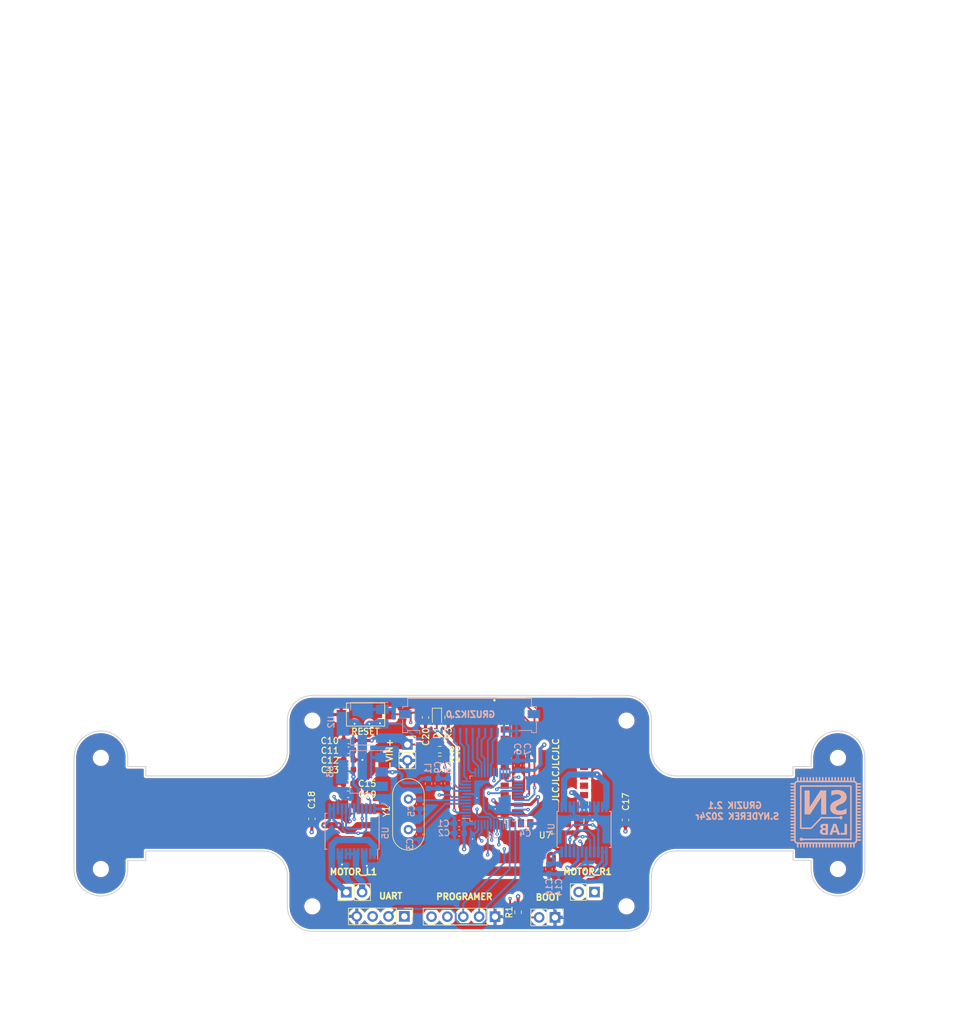
<source format=kicad_pcb>
(kicad_pcb (version 20221018) (generator pcbnew)
  (layers (0 "F.Cu" mixed) (1 "In1.Cu" mixed) (2 "In2.Cu" mixed) (31 "B.Cu" mixed) (34 "B.Paste" user) (35 "F.Paste" user) (36 "B.SilkS" user "B.Silkscreen") (37 "F.SilkS" user "F.Silkscreen") (38 "B.Mask" user) (39 "F.Mask" user) (44 "Edge.Cuts" user))
  (net 0 "")
  (net 1 "GND")
  (net 2 "/BOOT0")
  (net 3 "+3.3V")
  (net 4 "/HSE_OUT")
  (net 5 "/HSE_IN")
  (net 6 "+3.3VA")
  (net 7 "+5V")
  (net 8 "Net-(D1-K)")
  (net 9 "PC13")
  (net 10 "PB0")
  (net 11 "PA7")
  (net 12 "PA6")
  (net 13 "PA5")
  (net 14 "PA4")
  (net 15 "PA3")
  (net 16 "PA2")
  (net 17 "PA1")
  (net 18 "PA0")
  (net 19 "Net-(MOTOR_L1-Pin_1)")
  (net 20 "Net-(MOTOR_L1-Pin_2)")
  (net 21 "Net-(MOTOR_R1-Pin_1)")
  (net 22 "SWDIO")
  (net 23 "SWCLK")
  (net 24 "PB1")
  (net 25 "Net-(MOTOR_R1-Pin_2)")
  (net 26 "PC14")
  (net 27 "PC15")
  (net 28 "PB2")
  (net 29 "PB10")
  (net 30 "PB11")
  (net 31 "PB12")
  (net 32 "PB13")
  (net 33 "PB14")
  (net 34 "PB15")
  (net 35 "PA8")
  (net 36 "PA9")
  (net 37 "PA10")
  (net 38 "PA11")
  (net 39 "PA12")
  (net 40 "PA15")
  (net 41 "SWO")
  (net 42 "PB4")
  (net 43 "PB5")
  (net 44 "PB6")
  (net 45 "PB7")
  (net 46 "PB8")
  (net 47 "PB9")
  (net 76 "RESET")
  (net 77 "VDC")
  (footprint "HC-05_module:XCVR_HC-05" (layer "F.Cu") (at 112.33 141.42)
    (fp_text reference "U7")
    (fp_text value "HC-05")
  )
  (footprint "Capacitor_SMD:C_0603_1608Metric" (layer "F.Cu") (at 125.31 154.06 90)
    (fp_text reference "C17")
    (fp_text value "0.1u")
  )
  (footprint "MountingHole:MountingHole_2.1mm" (layer "F.Cu") (at 125.476 138.176)
    (fp_text reference "REF**" hide)
    (fp_text value "MountingHole_2.1mm")
  )
  (footprint "Connector_PinHeader_2.54mm:PinHeader_1x02_P2.54mm_Vertical" (layer "F.Cu") (at 80.61 165.63 90)
    (fp_text reference "MOTOR_L1")
    (fp_text value "Conn_01x02")
  )
  (footprint "MountingHole:MountingHole_2.1mm" (layer "F.Cu") (at 125.476 167.894)
    (fp_text reference "REF**" hide)
    (fp_text value "MountingHole_2.1mm")
  )
  (footprint "Resistor_SMD:R_0603_1608Metric" (layer "F.Cu") (at 96.93 137.645 -90)
    (fp_text reference "R3")
    (fp_text value "510R")
  )
  (footprint "Resistor_SMD:R_0603_1608Metric" (layer "F.Cu") (at 108.12 168.835 90)
    (fp_text reference "R1")
    (fp_text value "10k")
  )
  (footprint "Resistor_SMD:R_0603_1608Metric" (layer "F.Cu") (at 95.59 142.82 180)
    (fp_text reference "R2")
    (fp_text value "20K")
  )
  (footprint "Capacitor_SMD:C_0603_1608Metric" (layer "F.Cu") (at 80.985 144.47 180)
    (fp_text reference "C12")
    (fp_text value "10u")
  )
  (footprint "Connector_PinHeader_2.54mm:PinHeader_1x02_P2.54mm_Vertical" (layer "F.Cu") (at 114.03 169.66 -90)
    (fp_text reference "BOOT")
    (fp_text value "Conn_01x02_Pin")
  )
  (footprint "Button_Switch_SMD:SW_SPST_CK_RS282G05A3" (layer "F.Cu") (at 83.71 137.21)
    (fp_text reference "RESET")
    (fp_text value "SW_SPST")
  )
  (footprint "Connector_PinHeader_2.54mm:PinHeader_1x05_P2.54mm_Vertical" (layer "F.Cu") (at 104.42 169.54 -90)
    (fp_text reference "PROGRAMER")
    (fp_text value "Conn_01x05")
  )
  (footprint "Capacitor_SMD:C_0603_1608Metric" (layer "F.Cu") (at 80.985 142.93 180)
    (fp_text reference "C11")
    (fp_text value "33u")
  )
  (footprint "MountingHole:MountingHole_2.1mm" (layer "F.Cu") (at 75.184 167.894)
    (fp_text reference "REF**" hide)
    (fp_text value "MountingHole_2.1mm")
  )
  (footprint "Connector_PinHeader_2.54mm:PinHeader_1x02_P2.54mm_Vertical" (layer "F.Cu") (at 120.36 165.6 -90)
    (fp_text reference "MOTOR_R1")
    (fp_text value "Conn_01x02")
  )
  (footprint "Resistor_SMD:R_0603_1608Metric" (layer "F.Cu") (at 95.57 144.4 180)
    (fp_text reference "R4")
    (fp_text value "33K")
  )
  (footprint "Capacitor_SMD:C_0603_1608Metric" (layer "F.Cu") (at 80.985 146.01 180)
    (fp_text reference "C13")
    (fp_text value "33u")
  )
  (footprint "Connector_PinSocket_2.54mm:PinSocket_1x02_P2.54mm_Vertical" (layer "F.Cu") (at 90.385 142)
    (fp_text reference "-VIN+")
    (fp_text value "Conn_01x02")
  )
  (footprint "Capacitor_SMD:C_0603_1608Metric" (layer "F.Cu") (at 93.3 137.675 90)
    (fp_text reference "C20")
    (fp_text value "100n")
  )
  (footprint "LED_SMD:LED_0603_1608Metric" (layer "F.Cu") (at 95.13 137.6675 -90)
    (fp_text reference "D1")
    (fp_text value "BLUE")
  )
  (footprint "MountingHole:MountingHole_2.1mm" (layer "F.Cu") (at 159.338 161.925)
    (fp_text reference "REF**" hide)
    (fp_text value "MountingHole_2.1mm")
  )
  (footprint "Crystal:Crystal_HC49-4H_Vertical" (layer "F.Cu") (at 90.56 155.62 90)
    (fp_text reference "Y1")
    (fp_text value "8MHz")
  )
  (footprint "Capacitor_SMD:C_0603_1608Metric" (layer "F.Cu") (at 75.1 153.895 90)
    (fp_text reference "C18")
    (fp_text value "0.1u")
  )
  (footprint "MountingHole:MountingHole_2.1mm" (layer "F.Cu") (at 75.184 138.176)
    (fp_text reference "REF**" hide)
    (fp_text value "MountingHole_2.1mm")
  )
  (footprint "MountingHole:MountingHole_2.1mm" (layer "F.Cu") (at 159.338 144.145)
    (fp_text reference "REF**" hide)
    (fp_text value "MountingHole_2.1mm")
  )
  (footprint "Capacitor_SMD:C_0603_1608Metric" (layer "F.Cu") (at 80.92 149.97 180)
    (fp_text reference "C19")
    (fp_text value "10u")
  )
  (footprint "Connector_PinHeader_2.54mm:PinHeader_1x04_P2.54mm_Vertical" (layer "F.Cu") (at 89.91 169.5 -90)
    (fp_text reference "UART")
    (fp_text value "Conn_01x04")
  )
  (footprint "MountingHole:MountingHole_2.1mm" (layer "F.Cu") (at 41.322 161.925)
    (fp_text reference "REF**" hide)
    (fp_text value "MountingHole_2.1mm" hide)
  )
  (footprint "Capacitor_SMD:C_0603_1608Metric" (layer "F.Cu") (at 80.98 141.36 180)
    (fp_text reference "C10")
    (fp_text value "10u")
  )
  (footprint "MountingHole:MountingHole_2.1mm" (layer "F.Cu") (at 41.322 144.145)
    (fp_text reference "REF**" hide)
    (fp_text value "MountingHole_2.1mm" hide)
  )
  (footprint "Capacitor_SMD:C_0603_1608Metric" (layer "F.Cu") (at 80.93 148.27 180)
    (fp_text reference "C15")
    (fp_text value "0.1u")
  )
  (footprint "Capacitor_SMD:C_0603_1608Metric" (layer "B.Cu") (at 96.9 148.22 90)
    (fp_text reference "C8")
    (fp_text value "1u")
  )
  (footprint "Capacitor_SMD:C_0603_1608Metric" (layer "B.Cu") (at 98.705 156.17 180)
    (fp_text reference "C2")
    (fp_text value "100n")
  )
  (footprint "Capacitor_SMD:C_0603_1608Metric" (layer "B.Cu") (at 114.64 161.92 -90)
    (fp_text reference "C14")
    (fp_text value "0.1u")
  )
  (footprint "Capacitor_SMD:C_0603_1608Metric" (layer "B.Cu") (at 92.35 156.4 -90)
    (fp_text reference "C3")
    (fp_text value "20p")
  )
  (footprint "Inductor_SMD:L_0603_1608Metric" (layer "B.Cu") (at 93.77 148.255 -90)
    (fp_text reference "L1")
    (fp_text value "27n")
  )
  (footprint "Capacitor_SMD:C_0603_1608Metric" (layer "B.Cu") (at 109.59 145.35 90)
    (fp_text reference "C7")
    (fp_text value "100n")
  )
  (footprint "Package_QFP:LQFP-48_7x7mm_P0.5mm" (layer "B.Cu") (at 104.02 150.66)
    (fp_text reference "U1")
    (fp_text value "STM32F103C8T6")
  )
  (footprint "Capacitor_SMD:C_0603_1608Metric" (layer "B.Cu") (at 95.32 148.23 90)
    (fp_text reference "C9")
    (fp_text value "100n")
  )
  (footprint "SN-LAB-logo:SN-LAB" (layer "B.Cu") (at 157.664828 152.910023 180)
    (fp_text reference "G***" hide)
    (fp_text value "LOGO" hide)
  )
  (footprint "Package_SO:SSOP-24_5.3x8.2mm_P0.65mm" (layer "B.Cu") (at 81.54 155.88 90)
    (fp_text reference "U5")
    (fp_text value "TB6612FNG")
  )
  (footprint "Capacitor_SMD:C_0603_1608Metric" (layer "B.Cu") (at 98.69 154.64 180)
    (fp_text reference "C1")
    (fp_text value "4u7")
  )
  (footprint "Package_TO_SOT_SMD:SOT-223-3_TabPin2" (layer "B.Cu") (at 83.11 146.38 180)
    (fp_text reference "U2")
    (fp_text value "LM1117MP-3.3")
  )
  (footprint "Capacitor_SMD:C_0603_1608Metric" (layer "B.Cu") (at 109.375 154.65)
    (fp_text reference "C4")
    (fp_text value "100n")
  )
  (footprint "Connector_FFC-FPC:Molex_200528-0160_1x16-1MP_P1.00mm_Horizontal" (layer "B.Cu") (at 100.35 138.93)
    (fp_text reference "GRUZIK2.0")
    (fp_text value "Conn_01x16")
  )
  (footprint "Capacitor_SMD:C_0603_1608Metric" (layer "B.Cu") (at 113.06 161.925 -90)
    (fp_text reference "C16")
    (fp_text value "10u")
  )
  (footprint "Package_TO_SOT_SMD:SOT-223-3_TabPin2" (layer "B.Cu") (at 83.22 138.68 180)
    (fp_text reference "U3")
    (fp_text value "LM1117MP-5.0")
  )
  (footprint "Capacitor_SMD:C_0603_1608Metric" (layer "B.Cu") (at 108.04 145.35 90)
    (fp_text reference "C6")
    (fp_text value "100n")
  )
  (footprint "Package_SO:SSOP-24_5.3x8.2mm_P0.65mm" (layer "B.Cu") (at 118.685 155.59 -90)
    (fp_text reference "U4")
    (fp_text value "TB6612FNG")
  )
  (footprint "Capacitor_SMD:C_0603_1608Metric" (layer "B.Cu") (at 92.37 151.54 -90)
    (fp_text reference "C5")
    (fp_text value "20p")
  )
  (gr_line (start 152.138 160.535) (end 152.138 159.035) (stroke (width 0.15)) (layer "Edge.Cuts"))
  (gr_arc (start 129.476 163.035) (mid 130.647573 160.206573) (end 133.476 159.035) (stroke (width 0.15)) (layer "Edge.Cuts"))
  (gr_arc (start 155.038 144.145) (mid 156.297441 141.104441) (end 159.338 139.845) (stroke (width 0.15)) (layer "Edge.Cuts"))
  (gr_arc (start 75.184 171.894) (mid 72.355573 170.722427) (end 71.184 167.894) (stroke (width 0.15)) (layer "Edge.Cuts"))
  (gr_line (start 155.038 160.535) (end 152.138 160.535) (stroke (width 0.15)) (layer "Edge.Cuts"))
  (gr_line (start 152.138 147.035) (end 133.476 147.035) (stroke (width 0.15)) (layer "Edge.Cuts"))
  (gr_line (start 37.022 144.145) (end 37.022 161.925) (stroke (width 0.15)) (layer "Edge.Cuts"))
  (gr_arc (start 163.638 161.925) (mid 162.378559 164.965559) (end 159.338 166.225) (stroke (width 0.15)) (layer "Edge.Cuts"))
  (gr_arc (start 71.184 138.176) (mid 72.355573 135.347573) (end 75.184 134.176) (stroke (width 0.15)) (layer "Edge.Cuts"))
  (gr_line (start 45.622 144.145) (end 45.622 145.535) (stroke (width 0.15)) (layer "Edge.Cuts"))
  (gr_arc (start 159.338 166.225) (mid 156.297441 164.965559) (end 155.038 161.925) (stroke (width 0.15)) (layer "Edge.Cuts"))
  (gr_arc (start 159.338 139.845) (mid 162.378559 141.104441) (end 163.638 144.145) (stroke (width 0.15)) (layer "Edge.Cuts"))
  (gr_arc (start 129.476 167.894) (mid 128.304427 170.722427) (end 125.476 171.894) (stroke (width 0.15)) (layer "Edge.Cuts"))
  (gr_line (start 45.622 145.535) (end 48.522 145.535) (stroke (width 0.15)) (layer "Edge.Cuts"))
  (gr_line (start 45.622 161.925) (end 45.622 160.535) (stroke (width 0.15)) (layer "Edge.Cuts"))
  (gr_line (start 67.184 159.035) (end 48.522 159.035) (stroke (width 0.15)) (layer "Edge.Cuts"))
  (gr_line (start 155.038 144.145) (end 155.038 145.535) (stroke (width 0.15)) (layer "Edge.Cuts"))
  (gr_line (start 48.522 160.535) (end 48.522 159.035) (stroke (width 0.15)) (layer "Edge.Cuts"))
  (gr_arc (start 133.476 147.035) (mid 130.647573 145.863427) (end 129.476 143.035) (stroke (width 0.15)) (layer "Edge.Cuts"))
  (gr_line (start 163.638 144.145) (end 163.638 161.925) (stroke (width 0.15)) (layer "Edge.Cuts"))
  (gr_line (start 45.622 160.535) (end 48.522 160.535) (stroke (width 0.15)) (layer "Edge.Cuts"))
  (gr_arc (start 37.022 144.145) (mid 38.281441 141.104441) (end 41.322 139.845) (stroke (width 0.15)) (layer "Edge.Cuts"))
  (gr_line (start 71.184 143.035) (end 71.184 138.176) (stroke (width 0.15)) (layer "Edge.Cuts"))
  (gr_line (start 152.138 145.535) (end 152.138 147.035) (stroke (width 0.15)) (layer "Edge.Cuts"))
  (gr_arc (start 71.184 143.035) (mid 70.012427 145.863427) (end 67.184 147.035) (stroke (width 0.15)) (layer "Edge.Cuts"))
  (gr_line (start 48.522 145.535) (end 48.522 147.035) (stroke (width 0.15)) (layer "Edge.Cuts"))
  (gr_line (start 75.184 134.176) (end 125.476 134.176) (stroke (width 0.25)) (layer "Edge.Cuts"))
  (gr_line (start 155.038 161.925) (end 155.038 160.535) (stroke (width 0.15)) (layer "Edge.Cuts"))
  (gr_line (start 133.476 159.035) (end 152.138 159.035) (stroke (width 0.15)) (layer "Edge.Cuts"))
  (gr_line (start 67.184 147.035) (end 48.522 147.035) (stroke (width 0.15)) (layer "Edge.Cuts"))
  (gr_line (start 75.184 171.894) (end 125.476 171.894) (stroke (width 0.15)) (layer "Edge.Cuts"))
  (gr_arc (start 45.622 161.925) (mid 44.362559 164.965559) (end 41.322 166.225) (stroke (width 0.15)) (layer "Edge.Cuts"))
  (gr_arc (start 67.184 159.035) (mid 70.012427 160.206573) (end 71.184 163.035) (stroke (width 0.15)) (layer "Edge.Cuts"))
  (gr_line (start 155.038 145.535) (end 152.138 145.535) (stroke (width 0.15)) (layer "Edge.Cuts"))
  (gr_arc (start 41.322 166.225) (mid 38.281441 164.965559) (end 37.022 161.925) (stroke (width 0.15)) (layer "Edge.Cuts"))
  (gr_arc (start 41.322 139.845) (mid 44.362559 141.104441) (end 45.622 144.145) (stroke (width 0.15)) (layer "Edge.Cuts"))
  (gr_line (start 129.476 167.894) (end 129.476 163.035) (stroke (width 0.15)) (layer "Edge.Cuts"))
  (gr_arc (start 125.476 134.176) (mid 128.304427 135.347573) (end 129.476 138.176) (stroke (width 0.15)) (layer "Edge.Cuts"))
  (gr_line (start 129.476 138.176) (end 129.476 143.035) (stroke (width 0.15)) (layer "Edge.Cuts"))
  (gr_line (start 71.184 163.035) (end 71.184 167.894) (stroke (width 0.15)) (layer "Edge.Cuts"))
  (gr_text "GRUZIK 2.1" (at 147.28 152.34) (layer "B.SilkS") (effects (font (size 1 1) (thickness 0.25) bold) (justify left bottom mirror)))
  (gr_text "S.NYDEREK 2024r" (at 150.05 154.08) (layer "B.SilkS") (effects (font (size 1 1) (thickness 0.25) bold) (justify left bottom mirror)))
  (gr_text "JLCJLCJLCJLC" (at 114.75 151.45 90) (layer "F.SilkS") (effects (font (size 1 1) (thickness 0.2) bold) (justify left bottom)))
  (segment (start 84.288629 140.61) (end 84.948629 139.95) (width 0.5) (layer "F.Cu") (net 1))
  (segment (start 82.848629 140.61) (end 84.288629 140.61) (width 0.5) (layer "F.Cu") (net 1))
  (segment (start 93.3 139.48) (end 93.3 138.45) (width 0.5) (layer "F.Cu") (net 1))
  (segment (start 79.81 137.21) (end 79.81 139.64) (width 0.5) (layer "F.Cu") (net 1))
  (segment (start 83.8975 161.4125) (end 83.315 160.83) (width 0.8) (layer "F.Cu") (net 1))
  (segment (start 92.83 139.95) (end 93.3 139.48) (width 0.5) (layer "F.Cu") (net 1))
  (segment (start 83.315 160.83) (end 80.3 160.83) (width 0.8) (layer "F.Cu") (net 1))
  (segment (start 80.3 160.83) (end 79.93 161.2) (width 0.8) (layer "F.Cu") (net 1))
  (segment (start 84.948629 139.95) (end 92.83 139.95) (width 0.5) (layer "F.Cu") (net 1))
  (segment (start 82.108629 139.87) (end 82.848629 140.61) (width 0.5) (layer "F.Cu") (net 1))
  (segment (start 79.81 139.64) (end 80.04 139.87) (width 0.5) (layer "F.Cu") (net 1))
  (segment (start 80.04 139.87) (end 82.108629 139.87) (width 0.5) (layer "F.Cu") (net 1))
  (via (at 104.45 152.3) (size 0.55) (drill 0.2) (layers "F.Cu" "B.Cu") (net 1))
  (via (at 108.04 142.84) (size 0.7) (drill 0.3) (layers "F.Cu" "B.Cu") (net 1))
  (via (at 101.53 150.55) (size 0.55) (drill 0.2) (layers "F.Cu" "B.Cu") (net 1))
  (via (at 83.8975 161.4125) (size 0.7) (drill 0.3) (layers "F.Cu" "B.Cu") (net 1))
  (via (at 79.93 161.2) (size 0.7) (drill 0.3) (layers "F.Cu" "B.Cu") (net 1))
  (via (at 81.215307 154.304203) (size 0.55) (drill 0.2) (layers "F.Cu" "B.Cu") (net 1))
  (via (at 100.82 157.11) (size 0.55) (drill 0.2) (layers "F.Cu" "B.Cu") (net 1))
  (via (at 120.05 154.01) (size 0.7) (drill 0.3) (layers "F.Cu" "B.Cu") (net 1))
  (segment (start 110.15 154.65) (end 110.15 162.06) (width 0.45) (layer "B.Cu") (net 1))
  (segment (start 120.61 151.99) (end 120.96 151.99) (width 0.45) (layer "B.Cu") (net 1))
  (segment (start 116.69 162.835) (end 119.01 160.515) (width 0.45) (layer "B.Cu") (net 1))
  (segment (start 81.065 153.965) (end 81.065 153.575) (width 0.3) (layer "B.Cu") (net 1))
  (segment (start 83.52 161.035) (end 83.52 159.48) (width 1) (layer "B.Cu") (net 1))
  (segment (start 81.215307 154.304203) (end 81.215307 154.115307) (width 0.3) (layer "B.Cu") (net 1))
  (segment (start 83.165 159.48) (end 83.52 159.48) (width 0.45) (layer "B.Cu") (net 1))
  (segment (start 110.15 162.06) (end 110.925 162.835) (width 0.45) (layer "B.Cu") (net 1))
  (segment (start 101.53 150.55) (end 100.89 149.91) (width 0.3) (layer "B.Cu") (net 1))
  (segment (start 79.265 159.48) (end 79.61 159.48) (width 0.45) (layer "B.Cu") (net 1))
  (segment (start 100.82 157.11) (end 100.82 156.611041) (width 0.3) (layer "B.Cu") (net 1))
  (segment (start 105.06 152.91) (end 108.1825 152.91) (width 0.3) (layer "B.Cu") (net 1))
  (segment (start 110.925 162.835) (end 116.69 162.835) (width 0.45) (layer "B.Cu") (net 1))
  (segment (start 120.61 153.45) (end 120.05 154.01) (width 0.45) (layer "B.Cu") (net 1))
  (segment (start 79.61 160.88) (end 79.61 160.54) (width 0.8) (layer "B.Cu") (net 1))
  (segment (start 83.8975 161.4125) (end 83.52 161.035) (width 1) (layer "B.Cu") (net 1))
  (segment (start 119.98 154.08) (end 118.09 154.08) (width 0.45) (layer "B.Cu") (net 1))
  (segment (start 81.065 153.575) (end 81.215 153.425) (width 0.3) (layer "B.Cu") (net 1))
  (segment (start 117.06 151.99) (end 116.77 151.99) (width 0.45) (layer "B.Cu") (net 1))
  (segment (start 116.77 152.76) (end 116.77 151.99) (width 0.45) (layer "B.Cu") (net 1))
  (segment (start 100.89 149.91) (end 99.8575 149.91) (width 0.3) (layer "B.Cu") (net 1))
  (segment (start 79.93 161.2) (end 79.61 160.88) (width 0.8) (layer "B.Cu") (net 1))
  (segment (start 120.61 151.99) (end 120.61 153.45) (width 0.45) (layer "B.Cu") (net 1))
  (segment (start 79.61 160.52) (end 79.61 159.48) (width 0.8) (layer "B.Cu") (net 1))
  (segment (start 106.875 144.575) (end 106.27 145.18) (width 0.3) (layer "B.Cu") (net 1))
  (segment (start 81.215307 154.115307) (end 81.065 153.965) (width 0.3) (layer "B.Cu") (net 1))
  (segment (start 116.77 151.99) (end 116.41 151.99) (width 0.45) (layer "B.Cu") (net 1))
  (segment (start 79.61 160.54) (end 79.62 160.53) (width 0.8) (layer "B.Cu") (net 1))
  (segment (start 119.01 160.515) (end 119.01 159.19) (width 0.45) (layer "B.Cu") (net 1))
  (segment (start 120.31 151.99) (end 120.61 151.99) (width 0.45) (layer "B.Cu") (net 1))
  (segment (start 81.215 153.425) (end 81.215 152.28) (width 0.3) (layer "B.Cu") (net 1))
  (segment (start 108.04 144.575) (end 106.875 144.575) (width 0.3) (layer "B.Cu") (net 1))
  (segment (start 79.62 160.53) (end 79.61 160.52) (width 0.8) (layer "B.Cu") (net 1))
  (segment (start 101.77 155.661041) (end 101.77 154.8225) (width 0.3) (layer "B.Cu") (net 1))
  (segment (start 108.04 142.84) (end 108.04 144.575) (width 0.5) (layer "B.Cu") (net 1))
  (segment (start 120.05 154.01) (end 119.98 154.08) (width 0.45) (layer "B.Cu") (net 1))
  (segment (start 106.27 145.18) (end 106.27 146.4975) (width 0.3) (layer "B.Cu") (net 1))
  (segment (start 100.82 156.611041) (end 101.77 155.661041) (width 0.3) (layer "B.Cu") (net 1))
  (segment (start 109.59 144.575) (end 108.04 144.575) (width 0.5) (layer "B.Cu") (net 1))
  (segment (start 83.52 159.48) (end 83.815 159.48) (width 0.45) (layer "B.Cu") (net 1))
  (segment (start 79.61 159.48) (end 79.915 159.48) (width 0.45) (layer "B.Cu") (net 1))
  (segment (start 118.09 154.08) (end 116.77 152.76) (width 0.45) (layer "B.Cu") (net 1))
  (segment (start 104.45 152.3) (end 105.06 152.91) (width 0.3) (layer "B.Cu") (net 1))
  (segment (start 106.84 166.65) (end 106.84 168.65) (width 0.3) (layer "F.Cu") (net 2))
  (segment (start 106.84 168.65) (end 107.85 169.66) (width 0.3) (layer "F.Cu") (net 2))
  (segment (start 107.85 169.66) (end 111.49 169.66) (width 0.3) (layer "F.Cu") (net 2))
  (via (at 103.24 159.65) (size 0.55) (drill 0.2) (layers "F.Cu" "B.Cu") (net 2))
  (via (at 106.84 166.65) (size 0.55) (drill 0.2) (layers "F.Cu" "B.Cu") (net 2))
  (segment (start 103.24 159.65) (end 103.27 159.62) (width 0.3) (layer "B.Cu") (net 2))
  (segment (start 103.27 159.62) (end 103.27 154.8225) (width 0.3) (layer "B.Cu") (net 2))
  (segment (start 110.135 151.595) (end 104.815 151.595) (width 0.5) (layer "F.Cu") (net 3))
  (segment (start 111.3 150.43) (end 110.135 151.595) (width 0.5) (layer "F.Cu") (net 3))
  (segment (start 104.815 151.595) (end 104.17 150.95) (width 0.5) (layer "F.Cu") (net 3))
  (segment (start 75.07 156.01) (end 75.1 155.98) (width 0.5) (layer "F.Cu") (net 3))
  (segment (start 75.1 155.98) (end 75.1 154.67) (width 0.5) (layer "F.Cu") (net 3))
  (segment (start 105.98 151.595) (end 104.815 151.595) (width 0.5) (layer "F.Cu") (net 3))
  (segment (start 104.17 150.95) (end 104.705 151.485) (width 0.5) (layer "F.Cu") (net 3))
  (segment (start 108.12 168.01) (end 108.12 166.31) (width 0.5) (layer "F.Cu") (net 3))
  (segment (start 81.76 147.16) (end 81.76 146.01) (width 0.5) (layer "F.Cu") (net 3))
  (segment (start 125.31 154.835) (end 125.31 155.89) (width 0.5) (layer "F.Cu") (net 3))
  (via (at 112.31 142.05) (size 0.7) (drill 0.3) (layers "F.Cu" "B.Cu") (net 3))
  (via (at 104.17 150.95) (size 0.7) (drill 0.3) (layers "F.Cu" "B.Cu") (net 3))
  (via (at 111.3 150.43) (size 0.7) (drill 0.3) (layers "F.Cu" "B.Cu") (net 3))
  (via (at 99.48 158.7445) (size 0.7) (drill 0.3) (layers "F.Cu" "B.Cu") (net 3))
  (via (at 125.31 155.89) (size 0.7) (drill 0.3) (layers "F.Cu" "B.Cu") (net 3))
  (via (at 116.02 161.71) (size 0.7) (drill 0.3) (layers "F.Cu" "B.Cu") (net 3))
  (via (at 81.76 147.16) (size 0.7) (drill 0.3) (layers "F.Cu" "B.Cu") (net 3))
  (via (at 88 146.44) (size 0.7) (drill 0.3) (layers "F.Cu" "B.Cu") (net 3))
  (via (at 75.07 156.01) (size 0.7) (drill 0.3) (layers "F.Cu" "B.Cu") (net 3))
  (via (at 108.12 166.31) (size 0.7) (drill 0.3) (layers "F.Cu" "B.Cu") (net 3))
  (segment (start 88 146.44) (end 88.06 146.38) (width 0.5) (layer "B.Cu") (net 3))
  (segment (start 89.52 146.84) (end 89.52 147.81) (width 0.5) (layer "B.Cu") (net 3))
  (segment (start 99.48 154.655) (end 99.465 154.64) (width 0.5) (layer "B.Cu") (net 3))
  (segment (start 92.03 148.13) (end 89.84 148.13) (width 0.5) (layer "B.Cu") (net 3))
  (segment (start 108.6 154.06) (end 108.1825 153.6425) (width 0.3) (layer "B.Cu") (net 3))
  (segment (start 108.04 146.125) (end 109.59 146.125) (width 0.5) (layer "B.Cu") (net 3))
  (segment (start 99.465 154.64) (end 101.0875 154.64) (width 0.5) (layer "B.Cu") (net 3))
  (segment (start 92.6925 147.4675) (end 93.77 147.4675) (width 0.5) (layer "B.Cu") (net 3))
  (segment (start 112.31 142.05) (end 111.76 142.6) (width 0.5) (layer "B.Cu") (net 3))
  (segment (start 87.94 146.38) (end 88 146.44) (width 0.5) (layer "B.Cu") (net 3))
  (segment (start 111.3 151.703884) (end 109.593884 153.41) (width 0.3) (layer "B.Cu") (net 3))
  (segment (start 81.76 146.74) (end 81.4 146.38) (width 0.5) (layer "B.Cu") (net 3))
  (segment (start 92.03 148.13) (end 92.6925 147.4675) (width 0.5) (layer "B.Cu") (net 3))
  (segment (start 82.515 149.096701) (end 81.76 148.341701) (width 0.45) (layer "B.Cu") (net 3))
  (segment (start 89.52 147.81) (end 89.84 148.13) (width 0.5) (layer "B.Cu") (net 3))
  (segment (start 111.3 150.43) (end 111.3 151.703884) (width 0.3) (layer "B.Cu") (net 3))
  (segment (start 99.48 156.17) (end 99.48 154.655) (width 0.5) (layer "B.Cu") (net 3))
  (segment (start 109.593884 153.41) (end 108.1825 153.41) (width 0.3) (layer "B.Cu") (net 3))
  (segment (start 108.04 146.125) (end 107.425 146.125) (width 0.3) (layer "B.Cu") (net 3))
  (segment (start 111.76 142.6) (end 111.76 145.17) (width 0.5) (layer "B.Cu") (net 3))
  (segment (start 81.76 148.341701) (end 81.76 147.16) (width 0.45) (layer "B.Cu") (net 3))
  (segment (start 110.805 146.125) (end 109.59 146.125) (width 0.5) (layer "B.Cu") (net 3))
  (segment (start 89.06 146.38) (end 89.52 146.84) (width 0.5) (layer "B.Cu") (net 3))
  (segment (start 107.425 146.125) (end 107.0525 146.4975) (width 0.3) (layer "B.Cu") (net 3))
  (segment (start 99.48 158.7445) (end 99.48 156.17) (width 0.5) (layer "B.Cu") (net 3))
  (segment (start 81.76 147.16) (end 81.76 146.74) (width 0.5) (layer "B.Cu") (net 3))
  (segment (start 88.06 146.38) (end 89.06 146.38) (width 0.5) (layer "B.Cu") (net 3))
  (segment (start 108.6 154.65) (end 108.6 154.06) (width 0.3) (layer "B.Cu") (net 3))
  (segment (start 116.02 161.71) (end 116.515 161.71) (width 0.45) (layer "B.Cu") (net 3))
  (segment (start 108.1825 153.6425) (end 108.1825 153.41) (width 0.3) (layer "B.Cu") (net 3))
  (segment (start 117.71 160.515) (end 117.71 159.19) (width 0.45) (layer "B.Cu") (net 3))
  (segment (start 116.515 161.71) (end 117.71 160.515) (width 0.45) (layer "B.Cu") (net 3))
  (segment (start 111.76 145.17) (end 110.805 146.125) (width 0.5) (layer "B.Cu") (net 3))
  (segment (start 107.0525 146.4975) (end 106.77 146.4975) (width 0.3) (layer "B.Cu") (net 3))
  (segment (start 99.465 154.64) (end 99.465 153.515) (width 0.5) (layer "B.Cu") (net 3))
  (segment (start 81.4 146.38) (end 79.96 146.38) (width 0.5) (layer "B.Cu") (net 3))
  (segment (start 86.26 146.38) (end 87.94 146.38) (width 0.5) (layer "B.Cu") (net 3))
  (segment (start 82.515 152.28) (end 82.515 149.096701) (width 0.45) (layer "B.Cu") (net 3))
  (segment (start 92.35 155.625) (end 96.49 151.485) (width 0.3) (layer "B.Cu") (net 4))
  (segment (start 92.35 155.625) (end 90.565 155.625) (width 0.3) (layer "B.Cu") (net 4))
  (segment (start 90.565 155.625) (end 90.56 155.62) (width 0.3) (layer "B.Cu") (net 4))
  (segment (start 98.943959 151.485) (end 99.018959 151.41) (width 0.3) (layer "B.Cu") (net 4))
  (segment (start 99.018959 151.41) (end 99.8575 151.41) (width 0.3) (layer "B.Cu") (net 4))
  (segment (start 96.49 151.485) (end 98.943959 151.485) (width 0.3) (layer "B.Cu") (net 4))
  (segment (start 92.37 150.765) (end 90.585 150.765) (width 0.3) (layer "B.Cu") (net 5))
  (segment (start 92.515 150.91) (end 99.8575 150.91) (width 0.3) (layer "B.Cu") (net 5))
  (segment (start 92.37 150.765) (end 92.515 150.91) (width 0.3) (layer "B.Cu") (net 5))
  (segment (start 90.585 150.765) (end 90.56 150.74) (width 0.3) (layer "B.Cu") (net 5))
  (segment (start 96.89 149.005) (end 96.9 148.995) (width 0.5) (layer "B.Cu") (net 6))
  (segment (start 98 149.41) (end 99.8575 149.41) (width 0.3) (layer "B.Cu") (net 6))
  (segment (start 95.32 149.005) (end 96.89 149.005) (width 0.5) (layer "B.Cu") (net 6))
  (segment (start 95.2825 149.0425) (end 95.32 149.005) (width 0.5) (layer "B.Cu") (net 6))
  (segment (start 97.585 148.995) (end 96.9 148.995) (width 0.3) (layer "B.Cu") (net 6))
  (segment (start 97.585 148.995) (end 98 149.41) (width 0.3) (layer "B.Cu") (net 6))
  (segment (start 93.77 149.0425) (end 95.2825 149.0425) (width 0.5) (layer "B.Cu") (net 6))
  (segment (start 81.76 142.93) (end 81.76 144.47) (width 0.5) (layer "F.Cu") (net 7))
  (segment (start 81.77 144.46) (end 81.76 144.47) (width 0.5) (layer "F.Cu") (net 7))
  (segment (start 83.2 144.46) (end 81.77 144.46) (width 0.5) (layer "F.Cu") (net 7))
  (via (at 86.01 138.61) (size 0.7) (drill 0.3) (layers "F.Cu" "B.Cu") (net 7))
  (via (at 84.31 138.68) (size 0.7) (drill 0.3) (layers "F.Cu" "B.Cu") (net 7))
  (via (at 81.94 138.68) (size 0.7) (drill 0.3) (layers "F.Cu" "B.Cu") (net 7))
  (via (at 83.18 139.81) (size 0.7) (drill 0.3) (layers "F.Cu" "B.Cu") (net 7))
  (via (at 83.2 144.46) (size 0.7) (drill 0.3) (layers "F.Cu" "B.Cu") (net 7))
  (segment (start 93.85 139.84) (end 93.85 140.43) (width 0.3) (layer "B.Cu") (net 7))
  (segment (start 86.08 138.68) (end 86.01 138.61) (width 1) (layer "B.Cu") (net 7))
  (segment (start 82.05 138.68) (end 83.18 139.81) (width 1.5) (layer "B.Cu") (net 7))
  (segment (start 86.01 138.61) (end 85.94 138.68) (width 1) (layer "B.Cu") (net 7))
  (segment (start 89.445 138.68) (end 91.74 140.975) (width 0.3) (layer "B.Cu") (net 7))
  (segment (start 85.94 138.68) (end 84.31 138.68) (width 1) (layer "B.Cu") (net 7))
  (segment (start 95.85 139.84) (end 94.85 139.84) (width 0.3) (layer "B.Cu") (net 7))
  (segment (start 83.18 139.81) (end 83.18 144.44) (width 1.5) (layer "B.Cu") (net 7))
  (segment (start 83.2 144.46) (end 83.18 144.48) (width 1.5) (layer "B.Cu") (net 7))
  (segment (start 93.85 139.84) (end 94.85 139.84) (width 0.3) (layer "B.Cu") (net 7))
  (segment (start 83.18 148.1) (end 83.76 148.68) (width 1.5) (layer "B.Cu") (net 7))
  (segment (start 83.18 144.44) (end 83.2 144.46) (width 1.5) (layer "B.Cu") (net 7))
  (segment (start 83.76 148.68) (end 86.26 148.68) (width 1.5) (layer "B.Cu") (net 7))
  (segment (start 84.31 138.68) (end 83.18 139.81) (width 1) (layer "B.Cu") (net 7))
  (segment (start 86.37 138.68) (end 86.08 138.68) (width 1) (layer "B.Cu") (net 7))
  (segment (start 83.18 144.48) (end 83.18 148.1) (width 1.5) (layer "B.Cu") (net 7))
  (segment (start 86.37 138.68) (end 89.445 138.68) (width 0.3) (layer "B.Cu") (net 7))
  (segment (start 93.85 140.43) (end 93.305 140.975) (width 0.3) (layer "B.Cu") (net 7))
  (segment (start 80.07 138.68) (end 81.94 138.68) (width 1.5) (layer "B.Cu") (net 7))
  (segment (start 91.74 140.975) (end 93.305 140.975) (width 0.3) (layer "B.Cu") (net 7))
  (segment (start 97.07 136.89) (end 95.195 136.89) (width 0.5) (layer "F.Cu") (net 8))
  (segment (start 95.1 139.52) (end 95.1 138.4775) (width 0.3) (layer "F.Cu") (net 9))
  (segment (start 97.9 152.49) (end 97.9 142.32) (width 0.3) (layer "F.Cu") (net 9))
  (segment (start 97.9 142.32) (end 95.1 139.52) (width 0.3) (layer "F.Cu") (net 9))
  (via (at 97.9 152.49) (size 0.55) (drill 0.2) (layers "F.Cu" "B.Cu") (net 9))
  (segment (start 97.9 152.49) (end 98.32 152.91) (width 0.3) (layer "B.Cu") (net 9))
  (segment (start 97.9 152.49) (end 97.9 152.52) (width 0.3) (layer "B.Cu") (net 9))
  (segment (start 98.32 152.91) (end 99.8575 152.91) (width 0.3) (layer "B.Cu") (net 9))
  (segment (start 97.9 152.52) (end 98.29 152.91) (width 0.3) (layer "B.Cu") (net 9))
  (segment (start 104.03 141.49) (end 104.03 144.92) (width 0.3) (layer "B.Cu") (net 10))
  (segment (start 104.85 140.67) (end 104.03 141.49) (width 0.3) (layer "B.Cu") (net 10))
  (segment (start 103.77 145.18) (end 103.77 146.4975) (width 0.3) (layer "B.Cu") (net 10))
  (segment (start 104.03 144.92) (end 103.77 145.18) (width 0.3) (layer "B.Cu") (net 10))
  (segment (start 104.85 139.84) (end 104.85 140.67) (width 0.3) (layer "B.Cu") (net 10))
  (segment (start 103.27 141.35) (end 103.27 146.4975) (width 0.3) (layer "B.Cu") (net 11))
  (segment (start 103.85 140.77) (end 103.27 141.35) (width 0.3) (layer "B.Cu") (net 11))
  (segment (start 103.85 139.84) (end 103.85 140.77) (width 0.3) (layer "B.Cu") (net 11))
  (segment (start 102.85 139.84) (end 102.85 140.737107) (width 0.3) (layer "B.Cu") (net 12))
  (segment (start 102.77 144.242894) (end 102.77 146.4975) (width 0.3) (layer "B.Cu") (net 12))
  (segment (start 102.26 141.327107) (end 102.26 143.732894) (width 0.3) (layer "B.Cu") (net 12))
  (segment (start 102.26 143.732894) (end 102.77 144.242894) (width 0.3) (layer "B.Cu") (net 12))
  (segment (start 102.85 140.737107) (end 102.26 141.327107) (width 0.3) (layer "B.Cu") (net 12))
  (segment (start 101.59 141) (end 101.59 144.21) (width 0.3) (layer "B.Cu") (net 13))
  (segment (start 101.59 144.21) (end 102.27 144.89) (width 0.3) (layer "B.Cu") (net 13))
  (segment (start 101.85 139.84) (end 101.85 140.74) (width 0.3) (layer "B.Cu") (net 13))
  (segment (start 102.27 144.89) (end 102.27 146.4975) (width 0.3) (layer "B.Cu") (net 13))
  (segment (start 101.85 140.74) (end 101.59 141) (width 0.3) (layer "B.Cu") (net 13))
  (segment (start 101.77 145.5) (end 101.77 146.4975) (width 0.3) (layer "B.Cu") (net 14))
  (segment (start 100.85 144.58) (end 101.77 145.5) (width 0.3) (layer "B.Cu") (net 14))
  (segment (start 100.85 139.84) (end 100.85 144.58) (width 0.3) (layer "B.Cu") (net 14))
  (segment (start 99.85 139.84) (end 99.85 141.84) (width 0.3) (layer "B.Cu") (net 15))
  (segment (start 100.17 142.16) (end 100.17 146.02) (width 0.3) (layer "B.Cu") (net 15))
  (segment (start 100.6475 146.4975) (end 101.27 146.4975) (width 0.3) (layer "B.Cu") (net 15))
  (segment (start 100.17 146.02) (end 100.6475 146.4975) (width 0.3) (layer "B.Cu") (net 15))
  (segment (start 99.85 141.84) (end 100.17 142.16) (width 0.3) (layer "B.Cu") (net 15))
  (segment (start 99.48 142.41) (end 99.48 147.04) (width 0.3) (layer "B.Cu") (net 16))
  (segment (start 99.8575 147.4175) (end 99.8575 147.91) (width 0.3) (layer "B.Cu") (net 16))
  (segment (start 98.85 141.78) (end 99.48 142.41) (width 0.3) (layer "B.Cu") (net 16))
  (segment (start 99.48 147.04) (end 99.8575 147.4175) (width 0.3) (layer "B.Cu") (net 16))
  (segment (start 98.85 139.84) (end 98.85 141.78) (width 0.3) (layer "B.Cu") (net 16))
  (segment (start 99.018959 148.41) (end 98.77 148.161041) (width 0.3) (layer "B.Cu") (net 17))
  (segment (start 97.85 141.58) (end 97.85 139.84) (width 0.3) (layer "B.Cu") (net 17))
  (segment (start 98.77 142.5) (end 97.85 141.58) (width 0.3) (layer "B.Cu") (net 17))
  (segment (start 99.8575 148.41) (end 99.018959 148.41) (width 0.3) (layer "B.Cu") (net 17))
  (segment (start 98.77 148.161041) (end 98.77 142.5) (width 0.3) (layer "B.Cu") (net 17))
  (segment (start 96.85 139.84) (end 96.85 141.62) (width 0.3) (layer "B.Cu") (net 18))
  (segment (start 98.45 148.91) (end 99.8575 148.91) (width 0.3) (layer "B.Cu") (net 18))
  (segment (start 96.85 141.62) (end 97.92 142.69) (width 0.3) (layer "B.Cu") (net 18))
  (segment (start 97.92 148.38) (end 98.45 148.91) (width 0.3) (layer "B.Cu") (net 18))
  (segment (start 97.92 142.69) (end 97.92 148.38) (width 0.3) (layer "B.Cu") (net 18))
  (segment (start 78.28 158.06) (end 78.28 159.48) (width 1) (layer "B.Cu") (net 19))
  (segment (start 78.28 159.48) (end 78.615 159.48) (width 0.45) (layer "B.Cu") (net 19))
  (segment (start 84.115 157.28) (end 79.06 157.28) (width 1) (layer "B.Cu") (net 19))
  (segment (start 85.115 158.28) (end 84.115 157.28) (width 1) (layer "B.Cu") (net 19))
  (segment (start 78.28 163.3) (end 80.61 165.63) (width 1) (layer "B.Cu") (net 19))
  (segment (start 85.115 159.48) (end 85.115 158.28) (width 1) (layer "B.Cu") (net 19))
  (segment (start 84.465 159.48) (end 85.115 159.48) (width 0.45) (layer "B.Cu") (net 19))
  (segment (start 79.06 157.28) (end 78.28 158.06) (width 1) (layer "B.Cu") (net 19))
  (segment (start 77.965 159.48) (end 78.28 159.48) (width 0.45) (layer "B.Cu") (net 19))
  (segment (start 78.28 159.48) (end 78.28 163.3) (width 1) (layer "B.Cu") (net 19))
  (segment (start 80.565 159.48) (end 82.15 159.48) (width 0.45) (layer "B.Cu") (net 20))
  (segment (start 82.15 162.98) (end 83.15 163.98) (width 1) (layer "B.Cu") (net 20))
  (segment (start 82.15 159.48) (end 82.515 159.48) (width 0.45) (layer "B.Cu") (net 20))
  (segment (start 83.15 163.98) (end 83.15 165.63) (width 1) (layer "B.Cu") (net 20))
  (segment (start 82.15 159.48) (end 82.15 162.98) (width 1) (layer "B.Cu") (net 20))
  (via (at 120.77 146.81) (size 0.7) (drill 0.3) (layers "F.Cu" "B.Cu") (net 21))
  (segment (start 121.95 151.99) (end 122.26 151.99) (width 0.45) (layer "B.Cu") (net 21))
  (segment (start 115.485 147.605) (end 115.485 151.99) (width 1) (layer "B.Cu") (net 21))
  (segment (start 122.26 148.3) (end 120.77 146.81) (width 1) (layer "B.Cu") (net 21))
  (segment (start 116.28 146.81) (end 115.485 147.605) (width 1) (layer "B.Cu") (net 21))
  (segment (start 120.77 146.81) (end 116.28 146.81) (width 1) (layer "B.Cu") (net 21))
  (segment (start 115.11 151.99) (end 115.45 151.99) (width 0.45) (layer "B.Cu") (net 21))
  (segment (start 121.61 151.99) (end 121.95 151.99) (width 0.45) (layer "B.Cu") (net 21))
  (segment (start 122.26 151.99) (end 122.26 148.3) (width 1) (layer "B.Cu") (net 21))
  (segment (start 115.45 151.99) (end 115.76 151.99) (width 0.45) (layer "B.Cu") (net 21))
  (via (at 109.71 152.41) (size 0.55) (drill 0.2) (layers "F.Cu" "B.Cu") (net 22))
  (via (at 105.92 158.7) (size 0.55) (drill 0.2) (layers "F.Cu" "B.Cu") (net 22))
  (segment (start 105.92 158.7) (end 105.92 160.93) (width 0.3) (layer "B.Cu") (net 22))
  (segment (start 105.92 160.93) (end 99.34 167.51) (width 0.3) (layer "B.Cu") (net 22))
  (segment (start 99.34 167.51) (end 99.34 169.54) (width 0.3) (layer "B.Cu") (net 22))
  (segment (start 108.1825 152.41) (end 109.71 152.41) (width 0.3) (layer "B.Cu") (net 22))
  (segment (start 101.88 166.82) (end 106.77 161.93) (width 0.3) (layer "B.Cu") (net 23))
  (segment (start 101.88 169.54) (end 101.88 166.82) (width 0.3) (layer "B.Cu") (net 23))
  (segment (start 106.77 161.93) (end 106.77 154.8225) (width 0.3) (layer "B.Cu") (net 23))
  (segment (start 96.39 145.65) (end 96.39 144.405) (width 0.3) (layer "F.Cu") (net 24))
  (segment (start 96.415 144.38) (end 96.395 144.4) (width 0.3) (layer "F.Cu") (net 24))
  (segment (start 96.415 142.82) (end 96.415 144.38) (width 0.3) (layer "F.Cu") (net 24))
  (segment (start 96.39 144.405) (end 96.395 144.4) (width 0.3) (layer "F.Cu") (net 24))
  (via (at 96.39 145.65) (size 0.55) (drill 0.2) (layers "F.Cu" "B.Cu") (net 24))
  (via (at 104.260706 147.79) (size 0.55) (drill 0.2) (layers "F.Cu" "B.Cu") (net 24))
  (segment (start 104.260706 147.345335) (end 104.27 147.336041) (width 0.3) (layer "B.Cu") (net 24))
  (segment (start 104.27 147.336041) (end 104.27 146.4975) (width 0.3) (layer "B.Cu") (net 24))
  (segment (start 104.260706 147.79) (end 104.260706 147.345335) (width 0.3) (layer "B.Cu") (net 24))
  (via (at 116.69 149.7) (size 0.7) (drill 0.3) (layers "F.Cu" "B.Cu") (net 25))
  (segment (start 118.67 151.99) (end 119.66 151.99) (width 0.45) (layer "B.Cu") (net 25))
  (segment (start 118.67 151.3) (end 117.07 149.7) (width 0.8) (layer "B.Cu") (net 25))
  (segment (start 117.71 151.99) (end 118.67 151.99) (width 0.45) (layer "B.Cu") (net 25))
  (segment (start 117.07 149.7) (end 116.69 149.7) (width 0.8) (layer "B.Cu") (net 25))
  (segment (start 118.67 151.99) (end 118.67 151.3) (width 0.8) (layer "B.Cu") (net 25))
  (segment (start 107.68 163.33) (end 107.68 154.393959) (width 0.3) (layer "B.Cu") (net 29))
  (segment (start 103.08 167.93) (end 107.68 163.33) (width 0.3) (layer "B.Cu") (net 29))
  (segment (start 98.14 170.037057) (end 98.842943 170.74) (width 0.3) (layer "B.Cu") (net 29))
  (segment (start 107.021041 153.735) (end 104.228148 153.735) (width 0.3) (layer "B.Cu") (net 29))
  (segment (start 103.08 170.037057) (end 103.08 167.93) (width 0.3) (layer "B.Cu") (net 29))
  (segment (start 102.62 149.33) (end 103.106116 148.843884) (width 0.3) (layer "B.Cu") (net 29))
  (segment (start 105.27 147.663884) (end 105.27 146.4975) (width 0.3) (layer "B.Cu") (net 29))
  (segment (start 98.14 169.042943) (end 98.14 170.037057) (width 0.3) (layer "B.Cu") (net 29))
  (segment (start 97.397057 168.3) (end 98.14 169.042943) (width 0.3) (layer "B.Cu") (net 29))
  (segment (start 87.37 169.5) (end 88.57 168.3) (width 0.3) (layer "B.Cu") (net 29))
  (segment (start 102.377057 170.74) (end 103.08 170.037057) (width 0.3) (layer "B.Cu") (net 29))
  (segment (start 103.15 153.08) (end 102.62 152.55) (width 0.3) (layer "B.Cu") (net 29))
  (segment (start 88.57 168.3) (end 97.397057 168.3) (width 0.3) (layer "B.Cu") (net 29))
  (segment (start 103.106116 148.843884) (end 104.09 148.843884) (width 0.3) (layer "B.Cu") (net 29))
  (segment (start 107.68 154.393959) (end 107.021041 153.735) (width 0.3) (layer "B.Cu") (net 29))
  (segment (start 103.573147 153.08) (end 103.15 153.08) (width 0.3) (layer "B.Cu") (net 29))
  (segment (start 104.228148 153.735) (end 103.573147 153.08) (width 0.3) (layer "B.Cu") (net 29))
  (segment (start 102.62 152.55) (end 102.62 149.33) (width 0.3) (layer "B.Cu") (net 29))
  (segment (start 98.842943 170.74) (end 102.377057 170.74) (width 0.3) (layer "B.Cu") (net 29))
  (segment (start 104.09 148.843884) (end 105.27 147.663884) (width 0.3) (layer "B.Cu") (net 29))
  (via (at 108.21 147.24) (size 0.55) (drill 0.2) (layers "F.Cu" "B.Cu") (net 30))
  (segment (start 106.92 147.86) (end 106.293959 147.86) (width 0.3) (layer "B.Cu") (net 30))
  (segment (start 108.21 147.24) (end 107.513959 147.24) (width 0.3) (layer "B.Cu") (net 30))
  (segment (start 106.293959 147.86) (end 105.77 147.336041) (width 0.3) (layer "B.Cu") (net 30))
  (segment (start 105.77 147.336041) (end 105.77 146.4975) (width 0.3) (layer "B.Cu") (net 30))
  (segment (start 107.513959 147.24) (end 106.92 147.833959) (width 0.3) (layer "B.Cu") (net 30))
  (via (at 83.17 153.83) (size 0.55) (drill 0.2) (layers "F.Cu" "B.Cu") (net 33))
  (via (at 104.7145 149.17) (size 0.55) (drill 0.2) (layers "F.Cu" "B.Cu") (net 33))
  (segment (start 83.165 153.835) (end 83.17 153.83) (width 0.3) (layer "B.Cu") (net 33))
  (segment (start 80.58 154.402943) (end 80.58 155.28) (width 0.3) (layer "B.Cu") (net 33))
  (segment (start 82.89 155.5) (end 83.165 155.225) (width 0.3) (layer "B.Cu") (net 33))
  (segment (start 104.9745 148.91) (end 104.7145 149.17) (width 0.3) (layer "B.Cu") (net 33))
  (segment (start 83.165 153.825) (end 83.165 152.28) (width 0.3) (layer "B.Cu") (net 33))
  (segment (start 108.1825 148.91) (end 104.9745 148.91) (width 0.3) (layer "B.Cu") (net 33))
  (segment (start 83.17 153.83) (end 83.165 153.825) (width 0.3) (layer "B.Cu") (net 33))
  (segment (start 83.165 155.225) (end 83.165 153.835) (width 0.3) (layer "B.Cu") (net 33))
  (segment (start 80.565 154.387943) (end 80.58 154.402943) (width 0.3) (layer "B.Cu") (net 33))
  (segment (start 80.565 152.28) (end 80.565 154.387943) (width 0.3) (layer "B.Cu") (net 33))
  (segment (start 80.8 155.5) (end 82.89 155.5) (width 0.3) (layer "B.Cu") (net 33))
  (segment (start 80.58 155.28) (end 80.8 155.5) (width 0.3) (layer "B.Cu") (net 33))
  (via (at 103.43 149.79) (size 0.55) (drill 0.2) (layers "F.Cu" "B.Cu") (net 34))
  (via (at 82.52 156.2) (size 0.55) (drill 0.2) (layers "F.Cu" "B.Cu") (net 34))
  (segment (start 82.5 156.18) (end 80.66 156.18) (width 0.3) (layer "B.Cu") (net 34))
  (segment (start 80.08 155.6) (end 80.08 154.61005) (width 0.3) (layer "B.Cu") (net 34))
  (segment (start 108.1825 149.41) (end 105.56 149.41) (width 0.3) (layer "B.Cu") (net 34))
  (segment (start 82.52 156.2) (end 82.5 156.18) (width 0.3) (layer "B.Cu") (net 34))
  (segment (start 83.815 155.725) (end 83.36 156.18) (width 0.3) (layer "B.Cu") (net 34))
  (segment (start 80.08 154.61005) (end 79.915 154.44505) (width 0.3) (layer "B.Cu") (net 34))
  (segment (start 105.56 149.41) (end 105.175 149.795) (width 0.3) (layer "B.Cu") (net 34))
  (segment (start 103.435 149.795) (end 103.43 149.79) (width 0.3) (layer "B.Cu") (net 34))
  (segment (start 80.66 156.18) (end 80.08 155.6) (width 0.3) (layer "B.Cu") (net 34))
  (segment (start 82.54 156.18) (end 82.52 156.2) (width 0.3) (layer "B.Cu") (net 34))
  (segment (start 83.36 156.18) (end 82.54 156.18) (width 0.3) (layer "B.Cu") (net 34))
  (segment (start 83.815 152.28) (end 83.815 155.725) (width 0.3) (layer "B.Cu") (net 34))
  (segment (start 79.915 154.44505) (end 79.915 152.28) (width 0.3) (layer "B.Cu") (net 34))
  (segment (start 105.175 149.795) (end 103.435 149.795) (width 0.3) (layer "B.Cu") (net 34))
  (segment (start 108.095 136.595) (end 105.98 136.595) (width 0.3) (layer "F.Cu") (net 36))
  (segment (start 109.706161 150.110661) (end 109.9 149.916822) (width 0.3) (layer "F.Cu") (net 36))
  (segment (start 109.9 138.4) (end 108.095 136.595) (width 0.3) (layer "F.Cu") (net 36))
  (segment (start 109.9 149.916822) (end 109.9 138.4) (width 0.3) (layer "F.Cu") (net 36))
  (via (at 109.706161 150.110661) (size 0.55) (drill 0.2) (layers "F.Cu" "B.Cu") (net 36))
  (segment (start 109.706161 150.110661) (end 109.436822 150.38) (width 0.3) (layer "B.Cu") (net 36))
  (segment (start 109.436822 150.38) (end 109.43 150.38) (width 0.3) (layer "B.Cu") (net 36))
  (segment (start 109.43 150.38) (end 109.4 150.41) (width 0.3) (layer "B.Cu") (net 36))
  (segment (start 109.4 150.41) (end 108.1825 150.41) (width 0.3) (layer "B.Cu") (net 36))
  (segment (start 110.74 148.886822) (end 110.74 137.03) (width 0.3) (layer "F.Cu") (net 37))
  (segment (start 110.74 137.03) (end 108.805 135.095) (width 0.3) (layer "F.Cu") (net 37))
  (segment (start 110.768133 148.914955) (end 110.74 148.886822) (width 0.3) (layer "F.Cu") (net 37))
  (segment (start 108.805 135.095) (end 105.98 135.095) (width 0.3) (layer "F.Cu") (net 37))
  (via (at 110.768133 148.914955) (size 0.55) (drill 0.2) (layers "F.Cu" "B.Cu") (net 37))
  (segment (start 110.74 148.943088) (end 110.74 149.96) (width 0.3) (layer "B.Cu") (net 37))
  (segment (start 110.74 149.96) (end 109.79 150.91) (width 0.3) (layer "B.Cu") (net 37))
  (segment (start 110.768133 148.914955) (end 110.74 148.943088) (width 0.3) (layer "B.Cu") (net 37))
  (segment (start 109.79 150.91) (end 108.1825 150.91) (width 0.3) (layer "B.Cu") (net 37))
  (via (at 105.04 158.04) (size 0.55) (drill 0.2) (layers "F.Cu" "B.Cu") (net 42))
  (via (at 116.415 157.21) (size 0.55) (drill 0.2) (layers "F.Cu" "B.Cu") (net 42))
  (segment (start 118.485 155.73) (end 119.325 155.73) (width 0.3) (layer "B.Cu") (net 42))
  (segment (start 116.41 159.19) (end 116.41 157.215) (width 0.3) (layer "B.Cu") (net 42))
  (segment (start 116.41 157.205) (end 116.41 156.907894) (width 0.3) (layer "B.Cu") (net 42))
  (segment (start 120.31 156.715) (end 120.31 159.19) (width 0.3) (layer "B.Cu") (net 42))
  (segment (start 118.445 155.73) (end 118.465 155.71) (width 0.3) (layer "B.Cu") (net 42))
  (segment (start 119.325 155.73) (end 120.31 156.715) (width 0.3) (layer "B.Cu") (net 42))
  (segment (start 105.385 156.071116) (end 105.27 155.956116) (width 0.3) (layer "B.Cu") (net 42))
  (segment (start 105.385 156.588884) (end 105.385 156.071116) (width 0.3) (layer "B.Cu") (net 42))
  (segment (start 105.04 156.933884) (end 105.385 156.588884) (width 0.3) (layer "B.Cu") (net 42))
  (segment (start 116.415 157.21) (end 116.41 157.205) (width 0.3) (layer "B.Cu") (net 42))
  (segment (start 105.04 158.04) (end 105.04 156.933884) (width 0.3) (layer "B.Cu") (net 42))
  (segment (start 105.27 155.956116) (end 105.27 154.8225) (width 0.3) (layer "B.Cu") (net 42))
  (segment (start 118.465 155.71) (end 118.485 155.73) (width 0.3) (layer "B.Cu") (net 42))
  (segment (start 116.41 157.215) (end 116.415 157.21) (width 0.3) (layer "B.Cu") (net 42))
  (segment (start 117.587894 155.73) (end 118.445 155.73) (width 0.3) (layer "B.Cu") (net 42))
  (segment (start 116.41 156.907894) (end 117.587894 155.73) (width 0.3) (layer "B.Cu") (net 42))
  (via (at 118.445 156.75) (size 0.55) (drill 0.2) (layers "F.Cu" "B.Cu") (net 43))
  (via (at 104.7605 156.324058) (size 0.55) (drill 0.2) (layers "F.Cu" "B.Cu") (net 43))
  (segment (start 104.77 156.320706) (end 104.77 154.8225) (width 0.3) (layer "B.Cu") (net 43))
  (segment (start 117.825 156.72) (end 117.06 157.485) (width 0.3) (layer "B.Cu") (net 43))
  (segment (start 118.445 156.75) (end 118.415 156.72) (width 0.3) (layer "B.Cu") (net 43))
  (segment (start 119.075 156.72) (end 118.475 156.72) (width 0.3) (layer "B.Cu") (net 43))
  (segment (start 119.66 159.19) (end 119.66 157.305) (width 0.3) (layer "B.Cu") (net 43))
  (segment (start 119.66 157.305) (end 119.075 156.72) (width 0.3) (layer "B.Cu") (net 43))
  (segment (start 118.415 156.72) (end 117.825 156.72) (width 0.3) (layer "B.Cu") (net 43))
  (segment (start 118.475 156.72) (end 118.445 156.75) (width 0.3) (layer "B.Cu") (net 43))
  (segment (start 117.06 157.485) (end 117.06 159.19) (width 0.3) (layer "B.Cu") (net 43))
  (via (at 81.865 153.9305) (size 0.55) (drill 0.2) (layers "F.Cu" "B.Cu") (net 44))
  (via (at 118.04 157.49) (size 0.55) (drill 0.2) (layers "F.Cu" "B.Cu") (net 44))
  (via (at 103.8945 157.27) (size 0.55) (drill 0.2) (layers "F.Cu" "B.Cu") (net 44))
  (segment (start 103.8945 157.27) (end 103.8945 156.3055) (width 0.3) (layer "B.Cu") (net 44))
  (segment (start 104.27 155.93) (end 104.27 154.8225) (width 0.3) (layer "B.Cu") (net 44))
  (segment (start 81.865 153.9305) (end 81.865 152.28) (width 0.3) (layer "B.Cu") (net 44))
  (segment (start 118.04 157.49) (end 118.36 157.81) (width 0.3) (layer "B.Cu") (net 44))
  (segment (start 118.36 157.81) (end 118.36 159.19) (width 0.3) (layer "B.Cu") (net 44))
  (segment (start 103.8945 156.3055) (end 104.27 155.93) (width 0.3) (layer "B.Cu") (net 44))
  (via (at 101.54 152.35) (size 0.55) (drill 0.2) (layers "F.Cu" "B.Cu") (net 45))
  (via (at 84.115 150.605) (size 0.55) (drill 0.2) (layers "F.Cu" "B.Cu") (net 45))
  (via (at 78.66 150.34) (size 0.55) (drill 0.2) (layers "F.Cu" "B.Cu") (net 45))
  (segment (start 103.77 153.983959) (end 103.77 154.8225) (width 0.3) (layer "B.Cu") (net 45))
  (segment (start 78.66 150.525) (end 79.265 151.13) (width 0.3) (layer "B.Cu") (net 45))
  (segment (start 101.54 152.35) (end 101.54 153.29) (width 0.3) (layer "B.Cu") (net 45))
  (segment (start 84.465 150.955) (end 84.465 152.28) (width 0.3) (layer "B.Cu") (net 45))
  (segment (start 79.265 151.13) (end 79.265 152.28) (width 0.3) (layer "B.Cu") (net 45))
  (segment (start 101.54 153.29) (end 101.83 153.58) (width 0.3) (layer "B.Cu") (net 45))
  (segment (start 84.115 150.605) (end 84.465 150.955) (width 0.3) (layer "B.Cu") (net 45))
  (segment (start 101.83 153.58) (end 103.366041 153.58) (width 0.3) (layer "B.Cu") (net 45))
  (segment (start 78.66 150.34) (end 78.66 150.525) (width 0.3) (layer "B.Cu") (net 45))
  (segment (start 103.366041 153.58) (end 103.77 153.983959) (width 0.3) (layer "B.Cu") (net 45))
  (via (at 120.05 154.87) (size 0.55) (drill 0.2) (layers "F.Cu" "B.Cu") (net 47))
  (via (at 102.3 157.4205) (size 0.55) (drill 0.2) (layers "F.Cu" "B.Cu") (net 47))
  (segment (start 120.225 154.87) (end 120.96 155.605) (width 0.3) (layer "B.Cu") (net 47))
  (segment (start 115.76 156.055) (end 115.76 159.19) (width 0.3) (layer "B.Cu") (net 47))
  (segment (start 120.96 155.605) (end 120.96 159.19) (width 0.3) (layer "B.Cu") (net 47))
  (segment (start 102.27 156.06) (end 102.27 154.8225) (width 0.3) (layer "B.Cu") (net 47))
  (segment (start 120.05 154.87) (end 120.225 154.87) (width 0.3) (layer "B.Cu") (net 47))
  (segment (start 116.945 154.87) (end 115.76 156.055) (width 0.3) (layer "B.Cu") (net 47))
  (segment (start 101.91 156.42) (end 102.27 156.06) (width 0.3) (layer "B.Cu") (net 47))
  (segment (start 120.05 154.87) (end 116.945 154.87) (width 0.3) (layer "B.Cu") (net 47))
  (segment (start 101.91 157.0305) (end 101.91 156.42) (width 0.3) (layer "B.Cu") (net 47))
  (segment (start 102.3 157.4205) (end 101.91 157.0305) (width 0.3) (layer "B.Cu") (net 47))
  (segment (start 91.19 136.9) (end 90.92 137.17) (width 0.3) (layer "F.Cu") (net 76))
  (segment (start 90.92 137.17) (end 87.65 137.17) (width 0.3) (layer "F.Cu") (net 76))
  (segment (start 90.92 138.48) (end 90.92 137.17) (width 0.3) (layer "F.Cu") (net 76))
  (segment (start 93.3 136.9) (end 91.19 136.9) (width 0.3) (layer "F.Cu") (net 76))
  (via (at 90.92 138.48) (size 0.55) (drill 0.2) (layers "F.Cu" "B.Cu") (net 76))
  (via (at 95.515 150.0695) (size 0.55) (drill 0.2) (layers "F.Cu" "B.Cu") (net 76))
  (segment (start 95.515 150.0695) (end 97.1495 150.0695) (width 0.3) (layer "B.Cu") (net 76))
  (segment (start 97.1495 150.0695) (end 97.49 150.41) (width 0.3) (layer "B.Cu") (net 76))
  (segment (start 97.49 150.41) (end 99.8575 150.41) (width 0.3) (layer "B.Cu") (net 76))
  (segment (start 86.55 142) (end 90.385 142) (width 1.5) (layer "F.Cu") (net 77))
  (segment (start 118.76 162.07) (end 119.77 162.07) (width 1.5) (layer "F.Cu") (net 77))
  (segment (start 82.67 152.3) (end 82.18 151.81) (width 1.5) (layer "F.Cu") (net 77))
  (segment (start 84.5 146.258478) (end 84.5 143.921522) (width 1.5) (layer "F.Cu") (net 77))
  (segment (start 87.78 154.91) (end 82.431141 154.91) (width 1) (layer "F.Cu") (net 77))
  (segment (start 79.37 154.91) (end 77.11 154.91) (width 1) (layer "F.Cu") (net 77))
  (segment (start 92.93 143.96) (end 93.37 144.4) (width 0.3) (layer "F.Cu") (net 77))
  (segment (start 113.42 162.27) (end 89.18 162.27) (width 1.5) (layer "F.Cu") (net 77))
  (segment (start 81.755 141.36) (end 84.6 141.36) (width 0.5) (layer "F.Cu") (net 77))
  (segment (start 92.93 142.585) (end 92.93 143.96) (width 0.3) (layer "F.Cu") (net 77))
  (segment (start 85.911522 142.51) (end 86.04 142.51) (width 1.5) (layer "F.Cu") (net 77))
  (segment (start 114.16 163.01) (end 117.82 163.01) (width 1.5) (layer "F.Cu") (net 77))
  (segment (start 82.431141 154.91) (end 81.701141 155.64) (width 1) (layer "F.Cu") (net 77))
  (segment (start 82.18 148.46) (end 82.298478 148.46) (width 1.5) (layer "F.Cu") (net 77))
  (segment (start 84.5 143.921522) (end 85.911522 142.51) (width 1.5) (layer "F.Cu") (net 77))
  (segment (start 87.78 154.91) (end 87.78 153.63) (width 1.5) (layer "F.Cu") (net 77))
  (segment (start 92.345 142) (end 92.93 142.585) (width 0.3) (layer "F.Cu") (net 77))
  (segment (start 82.298478 148.46) (end 84.5 146.258478) (width 1.5) (layer "F.Cu") (net 77))
  (segment (start 89.18 162.27) (end 87.78 160.87) (width 1.5) (layer "F.Cu") (net 77))
  (segment (start 81.701141 155.64) (end 80.12 155.64) (width 1) (layer "F.Cu") (net 77))
  (segment (start 113.42 162.27) (end 114.16 163.01) (width 1.5) (layer "F.Cu") (net 77))
  (segment (start 90.385 142) (end 92.345 142) (width 0.3) (layer "F.Cu") (net 77))
  (segment (start 117.82 163.01) (end 118.76 162.07) (width 1.5) (layer "F.Cu") (net 77))
  (segment (start 84.64 141.36) (end 84.62 141.36) (width 0.5) (layer "F.Cu") (net 77))
  (segment (start 86.04 142.51) (end 86.55 142) (width 1.5) (layer "F.Cu") (net 77))
  (segment (start 113.42 162.27) (end 113.42 159.91) (width 1.5) (layer "F.Cu") (net 77))
  (segment (start 84.69 141.34) (end 84.64 141.36) (width 0.5) (layer "F.Cu") (net 77))
  (segment (start 87.78 160.87) (end 87.78 154.91) (width 1.5) (layer "F.Cu") (net 77))
  (segment (start 80.12 155.64) (end 79.38 154.9) (width 1) (layer "F.Cu") (net 77))
  (segment (start 86.45 152.3) (end 82.67 152.3) (width 1.5) (layer "F.Cu") (net 77))
  (segment (start 82.18 151.81) (end 82.18 148.46) (width 1.5) (layer "F.Cu") (net 77))
  (segment (start 84.6 141.36) (end 84.69 141.34) (width 0.5) (layer "F.Cu") (net 77))
  (segment (start 87.78 153.63) (end 86.45 152.3) (width 1.5) (layer "F.Cu") (net 77))
  (segment (start 93.37 144.4) (end 94.745 144.4) (width 0.3) (layer "F.Cu") (net 77))
  (via (at 119.8 162.04) (size 0.7) (drill 0.3) (layers "F.Cu" "B.Cu") (net 77))
  (via (at 86.45 152.3) (size 0.7) (drill 0.3) (layers "F.Cu" "B.Cu") (net 77))
  (via (at 113.42 159.91) (size 0.7) (drill 0.3) (layers "F.Cu" "B.Cu") (net 77))
  (via (at 84.69 141.34) (size 0.7) (drill 0.3) (layers "F.Cu" "B.Cu") (net 77))
  (via (at 79.38 154.9) (size 0.7) (drill 0.3) (layers "F.Cu" "B.Cu") (net 77))
  (via (at 118.76 162.07) (size 0.7) (drill 0.3) (layers "F.Cu" "B.Cu") (net 77))
  (via (at 77.08 154.94) (size 0.7) (drill 0.3) (layers "F.Cu" "B.Cu") (net 77))
  (segment (start 78.615 154.095) (end 79.4 154.88) (width 0.45) (layer "B.Cu") (net 77))
  (segment (start 113.06 161.15) (end 113.82 161.15) (width 0.45) (layer "B.Cu") (net 77))
  (segment (start 85.05 140.98) (end 84.69 141.34) (width 0.5) (layer "B.Cu") (net 77))
  (segment (start 113.82 161.15) (end 114.635 161.15) (width 0.45) (layer "B.Cu") (net 77))
  (segment (start 118.76 162.68) (end 118.76 162.07) (width 0.45) (layer "B.Cu") (net 77))
  (segment (start 118.96 162.88) (end 118.76 162.68) (width 0.45) (layer "B.Cu") (net 77))
  (segment (start 77.965 152.28) (end 77.965 154.075) (width 0.45) (layer "B.Cu") (net 77))
  (segment (start 121.61 160.69) (end 120.26 162.04) (width 0.45) (layer "B.Cu") (net 77))
  (segment (start 77.965 154.075) (end 77.12 154.92) (width 0.45) (layer "B.Cu") (net 77))
  (segment (start 89.365 140.98) (end 90.385 142) (width 1.5) (layer "B.Cu") (net 77))
  (segment (start 114.14 159.19) (end 115.11 159.19) (width 0.45) (layer "B.Cu") (net 77))
  (segment (start 86.37 140.98) (end 89.365 140.98) (width 1.5) (layer "B.Cu") (net 77))
  (segment (start 86.43 152.28) (end 85.115 152.28) (width 0.45) (layer "B.Cu") (net 77))
  (segment (start 122.26 161.07) (end 120.45 162.88) (width 0.45) (layer "B.Cu") (net 77))
  (segment (start 122.26 159.19) (end 122.26 161.07) (width 0.45) (layer "B.Cu") (net 77))
  (segment (start 77.965 152.28) (end 78.615 152.28) (width 0.45) (layer "B.Cu") (net 77))
  (segment (start 113.82 160.31) (end 113.42 159.91) (width 0.45) (layer "B.Cu") (net 77))
  (segment (start 114.635 161.15) (end 114.64 161.145) (width 0.45) (layer "B.Cu") (net 77))
  (segment (start 122.26 159.19) (end 121.61 159.19) (width 0.45) (layer "B.Cu") (net 77))
  (segment (start 86.45 152.3) (end 86.43 152.28) (width 0.45) (layer "B.Cu") (net 77))
  (segment (start 113.82 161.15) (end 113.82 160.31) (width 0.45) (layer "B.Cu") (net 77))
  (segment (start 120.45 162.88) (end 118.96 162.88) (width 0.45) (layer "B.Cu") (net 77))
  (segment (start 86.37 140.98) (end 85.05 140.98) (width 0.5) (layer "B.Cu") (net 77))
  (segment (start 78.615 152.28) (end 78.615 154.095) (width 0.45) (layer "B.Cu") (net 77))
  (segment (start 121.61 159.19) (end 121.61 160.69) (width 0.45) (layer "B.Cu") (net 77))
  (segment (start 120.26 162.04) (end 119.8 162.04) (width 0.45) (layer "B.Cu") (net 77))
  (segment (start 113.42 159.91) (end 114.14 159.19) (width 0.45) (layer "B.Cu") (net 77))
  (zone (net 1) (net_name "GND") (layer "F.Cu") (connect_pads (clearance 0.5)) (min_thickness 0.25) (fill yes (thermal_gap 0.5) (thermal_bridge_width 0.5))
    (polygon (pts (xy 165.67 123.76) (xy 165.91 124) (xy 165.91 180.32) (xy 165.85 180.38) (xy 34.75 180.38) (xy 34.75 124.03) (xy 35.02 123.76)))
  )
  (zone (net 1) (net_name "GND") (layer "B.Cu") (priority 1) (connect_pads (clearance 0.5)) (min_thickness 0.25) (fill yes (thermal_gap 0.5) (thermal_bridge_width 0.5))
    (polygon (pts (xy 166.62 124.43) (xy 166.88 124.69) (xy 166.88 178.59) (xy 164.17 181.3) (xy 36.04 181.3) (xy 36.04 124.84) (xy 36.45 124.43)))
  )
)
</source>
